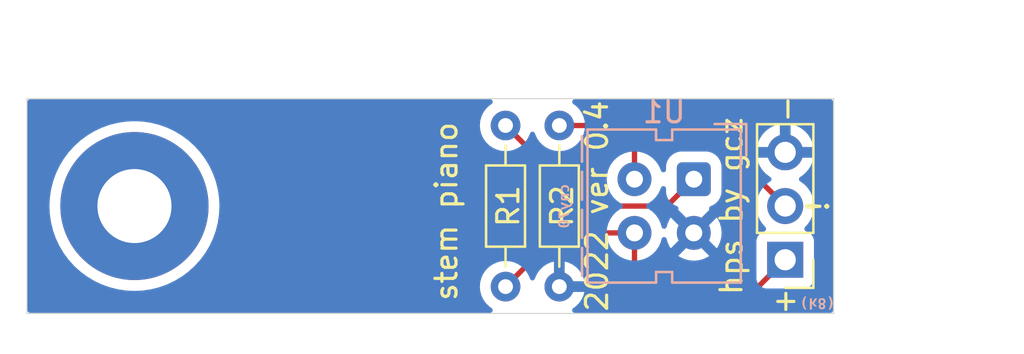
<source format=kicad_pcb>
(kicad_pcb (version 20240108) (generator "pcbnew") (generator_version "8.0")
  (layers (0 "F.Cu" signal) (31 "B.Cu" signal) (34 "B.Paste" user) (35 "F.Paste" user) (36 "B.SilkS" user "B.Silkscreen") (37 "F.SilkS" user "F.Silkscreen") (38 "B.Mask" user) (39 "F.Mask" user) (44 "Edge.Cuts" user))
  (net 0 "")
  (net 1 "Net-(J0-Pin_1)")
  (net 2 "GND")
  (net 3 "Net-(J0-Pin_2)")
  (net 4 "Net-(U1-A)")
  (footprint "Resistor_THT:R_Axial_DIN0204_L3.6mm_D1.6mm_P7.62mm_Horizontal" (layer "F.Cu") (at 125.476 93.98 -90)
    (property "Reference" "R2" (at 3.81 -0.127 90) (layer "F.SilkS"))
    (property "Value" "Resistor")
    (fp_line (start 1.89 0.92) (end 5.73 0.92) (stroke (width 0.12)) (layer "F.SilkS"))
    (fp_line (start 5.73 0.92) (end 5.73 -0.92) (stroke (width 0.12)) (layer "F.SilkS"))
    (fp_line (start 0.94 0) (end 1.89 0) (stroke (width 0.12)) (layer "F.SilkS"))
    (fp_line (start 6.68 0) (end 5.73 0) (stroke (width 0.12)) (layer "F.SilkS"))
    (fp_line (start 1.89 -0.92) (end 1.89 0.92) (stroke (width 0.12)) (layer "F.SilkS"))
    (fp_line (start 5.73 -0.92) (end 1.89 -0.92) (stroke (width 0.12)) (layer "F.SilkS"))
    (pad "1" thru_hole circle (at 0 0 270) (size 1.4 1.4) (drill 0.7) (layers "*.Cu" "*.Mask") (net 3 "Net-(J0-Pin_2)"))
    (pad "2" thru_hole oval (at 7.62 0 270) (size 1.4 1.4) (drill 0.7) (layers "*.Cu" "*.Mask") (net 2 "GND"))
  )
  (footprint "Connector_PinHeader_2.54mm:PinHeader_1x03_P2.54mm_Vertical" (layer "F.Cu") (at 136.144 100.33 180)
    (property "Reference" "J0" (hide yes))
    (property "Value" "Conn_01x03_Pin")
    (fp_line (start 1.33 1.27) (end 1.33 6.41) (stroke (width 0.12)) (layer "F.SilkS"))
    (fp_line (start -1.33 6.41) (end 1.33 6.41) (stroke (width 0.12)) (layer "F.SilkS"))
    (fp_line (start -1.33 1.27) (end 1.33 1.27) (stroke (width 0.12)) (layer "F.SilkS"))
    (fp_line (start -1.33 1.27) (end -1.33 6.41) (stroke (width 0.12)) (layer "F.SilkS"))
    (fp_line (start -1.33 0) (end -1.33 -1.33) (stroke (width 0.12)) (layer "F.SilkS"))
    (fp_line (start -1.33 -1.33) (end 0 -1.33) (stroke (width 0.12)) (layer "F.SilkS"))
    (pad "1" thru_hole rect (at 0 0 180) (size 1.7 1.7) (drill 1) (layers "*.Cu" "*.Mask") (net 1 "Net-(J0-Pin_1)"))
    (pad "2" thru_hole oval (at 0 2.54 180) (size 1.7 1.7) (drill 1) (layers "*.Cu" "*.Mask") (net 3 "Net-(J0-Pin_2)"))
    (pad "3" thru_hole oval (at 0 5.08 180) (size 1.7 1.7) (drill 1) (layers "*.Cu" "*.Mask") (net 2 "GND"))
  )
  (footprint "MountingHole:MountingHole_3.5mm_Pad_TopBottom" (layer "F.Cu") (at 105.41 97.79)
    (property "Reference" "H0" (hide yes))
    (property "Value" "MountingHole")
    (pad "1" thru_hole circle (at 0 0) (size 3.9 3.9) (drill 3.5) (layers "*.Cu" "*.Mask"))
    (pad "1" connect circle (at 0 0) (size 7 7) (layers "F.Cu" "F.Mask"))
    (pad "1" connect circle (at 0 0) (size 7 7) (layers "B.Cu" "B.Mask"))
  )
  (footprint "Resistor_THT:R_Axial_DIN0204_L3.6mm_D1.6mm_P7.62mm_Horizontal" (layer "F.Cu") (at 122.936 101.6 90)
    (property "Reference" "R1" (at 3.81 0.127 90) (layer "F.SilkS"))
    (property "Value" "Resistor" (hide yes))
    (fp_line (start 5.73 -0.92) (end 1.89 -0.92) (stroke (width 0.12)) (layer "F.SilkS"))
    (fp_line (start 1.89 -0.92) (end 1.89 0.92) (stroke (width 0.12)) (layer "F.SilkS"))
    (fp_line (start 6.68 0) (end 5.73 0) (stroke (width 0.12)) (layer "F.SilkS"))
    (fp_line (start 0.94 0) (end 1.89 0) (stroke (width 0.12)) (layer "F.SilkS"))
    (fp_line (start 5.73 0.92) (end 5.73 -0.92) (stroke (width 0.12)) (layer "F.SilkS"))
    (fp_line (start 1.89 0.92) (end 5.73 0.92) (stroke (width 0.12)) (layer "F.SilkS"))
    (pad "1" thru_hole circle (at 0 0 90) (size 1.4 1.4) (drill 0.7) (layers "*.Cu" "*.Mask") (net 1 "Net-(J0-Pin_1)"))
    (pad "2" thru_hole oval (at 7.62 0 90) (size 1.4 1.4) (drill 0.7) (layers "*.Cu" "*.Mask") (net 4 "Net-(U1-A)"))
  )
  (footprint "stem_piano_footprints:Vishay_CNY70" (layer "B.Cu") (at 131.826 96.52 180)
    (property "Reference" "U1" (at 1.4 3.17 0) (layer "B.SilkS") (effects (justify mirror)))
    (property "Value" "CNY70")
    (fp_line (start 5.28 -4.57) (end 5.28 2.03) (stroke (width 0.12) (type dash)) (layer "B.SilkS"))
    (fp_line (start 5.02 2.35) (end 5.02 -4.89) (stroke (width 0.12)) (layer "B.SilkS"))
    (fp_line (start 5.02 2.35) (end 1.78 2.35) (stroke (width 0.12)) (layer "B.SilkS"))
    (fp_line (start 5.02 -4.89) (end 1.78 -4.89) (stroke (width 0.12)) (layer "B.SilkS"))
    (fp_line (start 1.78 2.35) (end 1.78 1.85) (stroke (width 0.12)) (layer "B.SilkS"))
    (fp_line (start 1.78 1.85) (end 1.02 1.85) (stroke (width 0.12)) (layer "B.SilkS"))
    (fp_line (start 1.78 -4.39) (end 1.78 -4.89) (stroke (width 0.12)) (layer "B.SilkS"))
    (fp_line (start 1.02 1.85) (end 1.02 2.35) (stroke (width 0.12)) (layer "B.SilkS"))
    (fp_line (start 1.02 -4.39) (end 1.78 -4.39) (stroke (width 0.12)) (layer "B.SilkS"))
    (fp_line (start 1.02 -4.89) (end 1.02 -4.39) (stroke (width 0.12)) (layer "B.SilkS"))
    (fp_line (start -0.98 2.61) (end -2.48 2.61) (stroke (width 0.12)) (layer "B.SilkS"))
    (fp_line (start -2.22 2.35) (end 1.02 2.35) (stroke (width 0.12)) (layer "B.SilkS"))
    (fp_line (start -2.22 -4.89) (end 1.02 -4.89) (stroke (width 0.12)) (layer "B.SilkS"))
    (fp_line (start -2.22 -4.89) (end -2.22 2.35) (stroke (width 0.12)) (layer "B.SilkS"))
    (fp_line (start -2.48 1.11) (end -2.48 2.61) (stroke (width 0.12)) (layer "B.SilkS"))
    (pad "1" thru_hole roundrect (at 0 0 180) (size 1.6 1.6) (drill 0.8) (layers "*.Cu" "*.Mask") (roundrect_rratio 0.156) (net 4 "Net-(U1-A)"))
    (pad "2" thru_hole circle (at 0 -2.54 180) (size 1.6 1.6) (drill 0.8) (layers "*.Cu" "*.Mask") (net 2 "GND"))
    (pad "3" thru_hole circle (at 2.8 -2.54 180) (size 1.6 1.6) (drill 0.8) (layers "*.Cu" "*.Mask") (net 1 "Net-(J0-Pin_1)"))
    (pad "4" thru_hole circle (at 2.8 0 180) (size 1.6 1.6) (drill 0.8) (layers "*.Cu" "*.Mask") (net 3 "Net-(J0-Pin_2)"))
  )
  (gr_line (start 100.33 102.87) (end 138.43 102.87) (stroke (width 0.05)) (layer "Edge.Cuts"))
  (gr_line (start 138.43 92.71) (end 100.33 92.71) (stroke (width 0.05)) (layer "Edge.Cuts"))
  (gr_line (start 100.33 92.71) (end 100.33 102.87) (stroke (width 0.05)) (layer "Edge.Cuts"))
  (gr_line (start 138.43 92.71) (end 138.43 102.87) (stroke (width 0.05)) (layer "Edge.Cuts"))
  (gr_text "cny70" (at 125.73 97.79 90) (layer "B.SilkS") (effects (font (size 0.5 0.5) (thickness 0.1) (bold yes)) (justify mirror)))
  (gr_text "(k8)" (at 137.668 102.362 180) (layer "B.SilkS") (effects (font (size 0.5 0.5) (thickness 0.1) (bold yes)) (justify mirror)))
  (gr_text "hps by gcz" (at 133.604 97.79 90) (layer "F.SilkS") (effects (font (size 1 1))))
  (gr_text "-" (at 136.2 93.2 90) (layer "F.SilkS") (effects (font (size 1 1))))
  (gr_text "stem piano" (at 120.142 98.044 90) (layer "F.SilkS") (effects (font (size 1 1))))
  (gr_text "!" (at 137.7 97.8 90) (layer "F.SilkS") (effects (font (size 1 1))))
  (gr_text "2022 ver 0.4\n" (at 127.254 97.79 90) (layer "F.SilkS") (effects (font (size 1 1))))
  (gr_text "+" (at 136.1 102.3 90) (layer "F.SilkS") (effects (font (size 1 1))))
  (segment (start 125.476 99.06) (end 122.936 101.6) (width 0.25) (layer "F.Cu") (net 1))
  (segment (start 134.62 101.854) (end 129.794 101.854) (width 0.25) (layer "F.Cu") (net 1))
  (segment (start 129.794 101.854) (end 129.026 101.086) (width 0.25) (layer "F.Cu") (net 1))
  (segment (start 136.144 100.33) (end 134.62 101.854) (width 0.25) (layer "F.Cu") (net 1))
  (segment (start 129.026 101.086) (end 129.026 99.06) (width 0.25) (layer "F.Cu") (net 1))
  (segment (start 129.026 99.06) (end 125.476 99.06) (width 0.25) (layer "F.Cu") (net 1))
  (segment (start 132.334 93.98) (end 130.048 93.98) (width 0.25) (layer "F.Cu") (net 3))
  (segment (start 129.026 95.002) (end 129.026 96.52) (width 0.25) (layer "F.Cu") (net 3))
  (segment (start 136.144 97.79) (end 132.334 93.98) (width 0.25) (layer "F.Cu") (net 3))
  (segment (start 129.032 94.996) (end 128.016 93.98) (width 0.25) (layer "F.Cu") (net 3))
  (segment (start 129.032 94.996) (end 129.026 95.002) (width 0.25) (layer "F.Cu") (net 3))
  (segment (start 128.016 93.98) (end 125.476 93.98) (width 0.25) (layer "F.Cu") (net 3))
  (segment (start 130.048 93.98) (end 129.032 94.996) (width 0.25) (layer "F.Cu") (net 3))
  (segment (start 122.936 93.98) (end 126.746 97.79) (width 0.25) (layer "F.Cu") (net 4))
  (segment (start 126.746 97.79) (end 130.556 97.79) (width 0.25) (layer "F.Cu") (net 4))
  (segment (start 130.556 97.79) (end 131.826 96.52) (width 0.25) (layer "F.Cu") (net 4))
  (zone (net 2) (net_name "GND") (layer "B.Cu") (connect_pads (clearance 0.508)) (min_thickness 0.254) (fill yes (thermal_gap 0.508) (thermal_bridge_width 0.508))
    (polygon (pts (xy 139.7 104.14) (xy 99.06 104.14) (xy 99.06 91.44) (xy 139.7 91.44)))
  )
)
</source>
